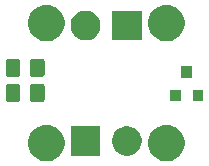
<source format=gbr>
G04 #@! TF.GenerationSoftware,KiCad,Pcbnew,5.1.5-52549c5~86~ubuntu18.04.1*
G04 #@! TF.CreationDate,2020-10-13T18:11:48-05:00*
G04 #@! TF.ProjectId,D06,4430362e-6b69-4636-9164-5f7063625858,rev?*
G04 #@! TF.SameCoordinates,Original*
G04 #@! TF.FileFunction,Soldermask,Top*
G04 #@! TF.FilePolarity,Negative*
%FSLAX46Y46*%
G04 Gerber Fmt 4.6, Leading zero omitted, Abs format (unit mm)*
G04 Created by KiCad (PCBNEW 5.1.5-52549c5~86~ubuntu18.04.1) date 2020-10-13 18:11:48*
%MOMM*%
%LPD*%
G04 APERTURE LIST*
%ADD10C,0.100000*%
G04 APERTURE END LIST*
D10*
G36*
X24112585Y-32448802D02*
G01*
X24262410Y-32478604D01*
X24544674Y-32595521D01*
X24798705Y-32765259D01*
X25014741Y-32981295D01*
X25184479Y-33235326D01*
X25301396Y-33517590D01*
X25361000Y-33817240D01*
X25361000Y-34122760D01*
X25301396Y-34422410D01*
X25184479Y-34704674D01*
X25014741Y-34958705D01*
X24798705Y-35174741D01*
X24544674Y-35344479D01*
X24262410Y-35461396D01*
X24112585Y-35491198D01*
X23962761Y-35521000D01*
X23657239Y-35521000D01*
X23507415Y-35491198D01*
X23357590Y-35461396D01*
X23075326Y-35344479D01*
X22821295Y-35174741D01*
X22605259Y-34958705D01*
X22435521Y-34704674D01*
X22318604Y-34422410D01*
X22259000Y-34122760D01*
X22259000Y-33817240D01*
X22318604Y-33517590D01*
X22435521Y-33235326D01*
X22605259Y-32981295D01*
X22821295Y-32765259D01*
X23075326Y-32595521D01*
X23357590Y-32478604D01*
X23507415Y-32448802D01*
X23657239Y-32419000D01*
X23962761Y-32419000D01*
X24112585Y-32448802D01*
G37*
G36*
X34272585Y-32448802D02*
G01*
X34422410Y-32478604D01*
X34704674Y-32595521D01*
X34958705Y-32765259D01*
X35174741Y-32981295D01*
X35344479Y-33235326D01*
X35461396Y-33517590D01*
X35521000Y-33817240D01*
X35521000Y-34122760D01*
X35461396Y-34422410D01*
X35344479Y-34704674D01*
X35174741Y-34958705D01*
X34958705Y-35174741D01*
X34704674Y-35344479D01*
X34422410Y-35461396D01*
X34272585Y-35491198D01*
X34122761Y-35521000D01*
X33817239Y-35521000D01*
X33667415Y-35491198D01*
X33517590Y-35461396D01*
X33235326Y-35344479D01*
X32981295Y-35174741D01*
X32765259Y-34958705D01*
X32595521Y-34704674D01*
X32478604Y-34422410D01*
X32419000Y-34122760D01*
X32419000Y-33817240D01*
X32478604Y-33517590D01*
X32595521Y-33235326D01*
X32765259Y-32981295D01*
X32981295Y-32765259D01*
X33235326Y-32595521D01*
X33517590Y-32478604D01*
X33667415Y-32448802D01*
X33817239Y-32419000D01*
X34122761Y-32419000D01*
X34272585Y-32448802D01*
G37*
G36*
X31004903Y-32574075D02*
G01*
X31232571Y-32668378D01*
X31437466Y-32805285D01*
X31611715Y-32979534D01*
X31748622Y-33184429D01*
X31842925Y-33412097D01*
X31891000Y-33653787D01*
X31891000Y-33900213D01*
X31842925Y-34141903D01*
X31748622Y-34369571D01*
X31611715Y-34574466D01*
X31437466Y-34748715D01*
X31232571Y-34885622D01*
X31232570Y-34885623D01*
X31232569Y-34885623D01*
X31004903Y-34979925D01*
X30763214Y-35028000D01*
X30516786Y-35028000D01*
X30275097Y-34979925D01*
X30047431Y-34885623D01*
X30047430Y-34885623D01*
X30047429Y-34885622D01*
X29842534Y-34748715D01*
X29668285Y-34574466D01*
X29531378Y-34369571D01*
X29437075Y-34141903D01*
X29389000Y-33900213D01*
X29389000Y-33653787D01*
X29437075Y-33412097D01*
X29531378Y-33184429D01*
X29668285Y-32979534D01*
X29842534Y-32805285D01*
X30047429Y-32668378D01*
X30275097Y-32574075D01*
X30516786Y-32526000D01*
X30763214Y-32526000D01*
X31004903Y-32574075D01*
G37*
G36*
X28391000Y-35028000D02*
G01*
X25889000Y-35028000D01*
X25889000Y-32526000D01*
X28391000Y-32526000D01*
X28391000Y-35028000D01*
G37*
G36*
X21460474Y-28971465D02*
G01*
X21498167Y-28982899D01*
X21532903Y-29001466D01*
X21563348Y-29026452D01*
X21588334Y-29056897D01*
X21606901Y-29091633D01*
X21618335Y-29129326D01*
X21622800Y-29174661D01*
X21622800Y-30261339D01*
X21618335Y-30306674D01*
X21606901Y-30344367D01*
X21588334Y-30379103D01*
X21563348Y-30409548D01*
X21532903Y-30434534D01*
X21498167Y-30453101D01*
X21460474Y-30464535D01*
X21415139Y-30469000D01*
X20578461Y-30469000D01*
X20533126Y-30464535D01*
X20495433Y-30453101D01*
X20460697Y-30434534D01*
X20430252Y-30409548D01*
X20405266Y-30379103D01*
X20386699Y-30344367D01*
X20375265Y-30306674D01*
X20370800Y-30261339D01*
X20370800Y-29174661D01*
X20375265Y-29129326D01*
X20386699Y-29091633D01*
X20405266Y-29056897D01*
X20430252Y-29026452D01*
X20460697Y-29001466D01*
X20495433Y-28982899D01*
X20533126Y-28971465D01*
X20578461Y-28967000D01*
X21415139Y-28967000D01*
X21460474Y-28971465D01*
G37*
G36*
X23510474Y-28971465D02*
G01*
X23548167Y-28982899D01*
X23582903Y-29001466D01*
X23613348Y-29026452D01*
X23638334Y-29056897D01*
X23656901Y-29091633D01*
X23668335Y-29129326D01*
X23672800Y-29174661D01*
X23672800Y-30261339D01*
X23668335Y-30306674D01*
X23656901Y-30344367D01*
X23638334Y-30379103D01*
X23613348Y-30409548D01*
X23582903Y-30434534D01*
X23548167Y-30453101D01*
X23510474Y-30464535D01*
X23465139Y-30469000D01*
X22628461Y-30469000D01*
X22583126Y-30464535D01*
X22545433Y-30453101D01*
X22510697Y-30434534D01*
X22480252Y-30409548D01*
X22455266Y-30379103D01*
X22436699Y-30344367D01*
X22425265Y-30306674D01*
X22420800Y-30261339D01*
X22420800Y-29174661D01*
X22425265Y-29129326D01*
X22436699Y-29091633D01*
X22455266Y-29056897D01*
X22480252Y-29026452D01*
X22510697Y-29001466D01*
X22545433Y-28982899D01*
X22583126Y-28971465D01*
X22628461Y-28967000D01*
X23465139Y-28967000D01*
X23510474Y-28971465D01*
G37*
G36*
X37113400Y-30431600D02*
G01*
X36211400Y-30431600D01*
X36211400Y-29429600D01*
X37113400Y-29429600D01*
X37113400Y-30431600D01*
G37*
G36*
X35213400Y-30431600D02*
G01*
X34311400Y-30431600D01*
X34311400Y-29429600D01*
X35213400Y-29429600D01*
X35213400Y-30431600D01*
G37*
G36*
X36163400Y-28431600D02*
G01*
X35261400Y-28431600D01*
X35261400Y-27429600D01*
X36163400Y-27429600D01*
X36163400Y-28431600D01*
G37*
G36*
X21469474Y-26837865D02*
G01*
X21507167Y-26849299D01*
X21541903Y-26867866D01*
X21572348Y-26892852D01*
X21597334Y-26923297D01*
X21615901Y-26958033D01*
X21627335Y-26995726D01*
X21631800Y-27041061D01*
X21631800Y-28127739D01*
X21627335Y-28173074D01*
X21615901Y-28210767D01*
X21597334Y-28245503D01*
X21572348Y-28275948D01*
X21541903Y-28300934D01*
X21507167Y-28319501D01*
X21469474Y-28330935D01*
X21424139Y-28335400D01*
X20587461Y-28335400D01*
X20542126Y-28330935D01*
X20504433Y-28319501D01*
X20469697Y-28300934D01*
X20439252Y-28275948D01*
X20414266Y-28245503D01*
X20395699Y-28210767D01*
X20384265Y-28173074D01*
X20379800Y-28127739D01*
X20379800Y-27041061D01*
X20384265Y-26995726D01*
X20395699Y-26958033D01*
X20414266Y-26923297D01*
X20439252Y-26892852D01*
X20469697Y-26867866D01*
X20504433Y-26849299D01*
X20542126Y-26837865D01*
X20587461Y-26833400D01*
X21424139Y-26833400D01*
X21469474Y-26837865D01*
G37*
G36*
X23519474Y-26837865D02*
G01*
X23557167Y-26849299D01*
X23591903Y-26867866D01*
X23622348Y-26892852D01*
X23647334Y-26923297D01*
X23665901Y-26958033D01*
X23677335Y-26995726D01*
X23681800Y-27041061D01*
X23681800Y-28127739D01*
X23677335Y-28173074D01*
X23665901Y-28210767D01*
X23647334Y-28245503D01*
X23622348Y-28275948D01*
X23591903Y-28300934D01*
X23557167Y-28319501D01*
X23519474Y-28330935D01*
X23474139Y-28335400D01*
X22637461Y-28335400D01*
X22592126Y-28330935D01*
X22554433Y-28319501D01*
X22519697Y-28300934D01*
X22489252Y-28275948D01*
X22464266Y-28245503D01*
X22445699Y-28210767D01*
X22434265Y-28173074D01*
X22429800Y-28127739D01*
X22429800Y-27041061D01*
X22434265Y-26995726D01*
X22445699Y-26958033D01*
X22464266Y-26923297D01*
X22489252Y-26892852D01*
X22519697Y-26867866D01*
X22554433Y-26849299D01*
X22592126Y-26837865D01*
X22637461Y-26833400D01*
X23474139Y-26833400D01*
X23519474Y-26837865D01*
G37*
G36*
X24112585Y-22288802D02*
G01*
X24262410Y-22318604D01*
X24544674Y-22435521D01*
X24798705Y-22605259D01*
X25014741Y-22821295D01*
X25184479Y-23075326D01*
X25301396Y-23357590D01*
X25361000Y-23657240D01*
X25361000Y-23962760D01*
X25301396Y-24262410D01*
X25184479Y-24544674D01*
X25014741Y-24798705D01*
X24798705Y-25014741D01*
X24544674Y-25184479D01*
X24262410Y-25301396D01*
X24112585Y-25331198D01*
X23962761Y-25361000D01*
X23657239Y-25361000D01*
X23507415Y-25331198D01*
X23357590Y-25301396D01*
X23075326Y-25184479D01*
X22821295Y-25014741D01*
X22605259Y-24798705D01*
X22435521Y-24544674D01*
X22318604Y-24262410D01*
X22259000Y-23962760D01*
X22259000Y-23657240D01*
X22318604Y-23357590D01*
X22435521Y-23075326D01*
X22605259Y-22821295D01*
X22821295Y-22605259D01*
X23075326Y-22435521D01*
X23357590Y-22318604D01*
X23507415Y-22288802D01*
X23657239Y-22259000D01*
X23962761Y-22259000D01*
X24112585Y-22288802D01*
G37*
G36*
X34272585Y-22288802D02*
G01*
X34422410Y-22318604D01*
X34704674Y-22435521D01*
X34958705Y-22605259D01*
X35174741Y-22821295D01*
X35344479Y-23075326D01*
X35461396Y-23357590D01*
X35521000Y-23657240D01*
X35521000Y-23962760D01*
X35461396Y-24262410D01*
X35344479Y-24544674D01*
X35174741Y-24798705D01*
X34958705Y-25014741D01*
X34704674Y-25184479D01*
X34422410Y-25301396D01*
X34272585Y-25331198D01*
X34122761Y-25361000D01*
X33817239Y-25361000D01*
X33667415Y-25331198D01*
X33517590Y-25301396D01*
X33235326Y-25184479D01*
X32981295Y-25014741D01*
X32765259Y-24798705D01*
X32595521Y-24544674D01*
X32478604Y-24262410D01*
X32419000Y-23962760D01*
X32419000Y-23657240D01*
X32478604Y-23357590D01*
X32595521Y-23075326D01*
X32765259Y-22821295D01*
X32981295Y-22605259D01*
X33235326Y-22435521D01*
X33517590Y-22318604D01*
X33667415Y-22288802D01*
X33817239Y-22259000D01*
X34122761Y-22259000D01*
X34272585Y-22288802D01*
G37*
G36*
X31891000Y-25254000D02*
G01*
X29389000Y-25254000D01*
X29389000Y-22752000D01*
X31891000Y-22752000D01*
X31891000Y-25254000D01*
G37*
G36*
X27504903Y-22800075D02*
G01*
X27732571Y-22894378D01*
X27937466Y-23031285D01*
X28111715Y-23205534D01*
X28248622Y-23410429D01*
X28342925Y-23638097D01*
X28391000Y-23879787D01*
X28391000Y-24126213D01*
X28342925Y-24367903D01*
X28248622Y-24595571D01*
X28111715Y-24800466D01*
X27937466Y-24974715D01*
X27732571Y-25111622D01*
X27732570Y-25111623D01*
X27732569Y-25111623D01*
X27504903Y-25205925D01*
X27263214Y-25254000D01*
X27016786Y-25254000D01*
X26775097Y-25205925D01*
X26547431Y-25111623D01*
X26547430Y-25111623D01*
X26547429Y-25111622D01*
X26342534Y-24974715D01*
X26168285Y-24800466D01*
X26031378Y-24595571D01*
X25937075Y-24367903D01*
X25889000Y-24126213D01*
X25889000Y-23879787D01*
X25937075Y-23638097D01*
X26031378Y-23410429D01*
X26168285Y-23205534D01*
X26342534Y-23031285D01*
X26547429Y-22894378D01*
X26775097Y-22800075D01*
X27016786Y-22752000D01*
X27263214Y-22752000D01*
X27504903Y-22800075D01*
G37*
M02*

</source>
